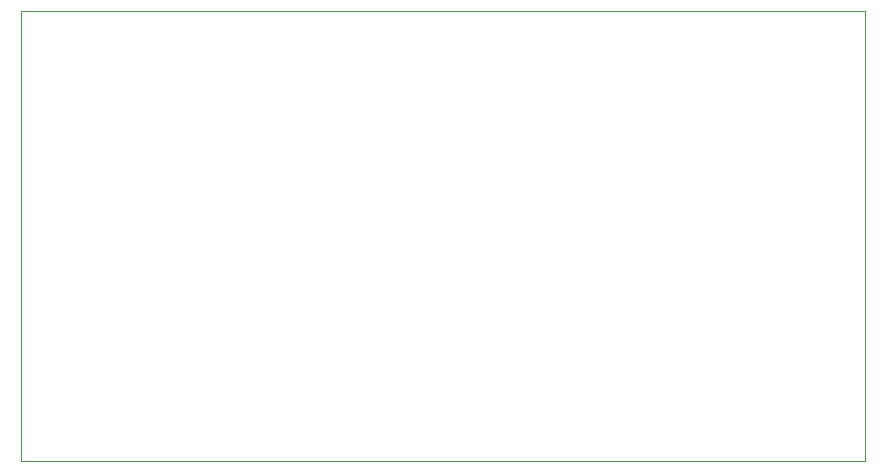
<source format=gtp>
G75*
%MOIN*%
%OFA0B0*%
%FSLAX25Y25*%
%IPPOS*%
%LPD*%
%AMOC8*
5,1,8,0,0,1.08239X$1,22.5*
%
%ADD10C,0.00000*%
D10*
X0001000Y0006000D02*
X0001000Y0155961D01*
X0282201Y0155961D01*
X0282201Y0006000D01*
X0001000Y0006000D01*
M02*

</source>
